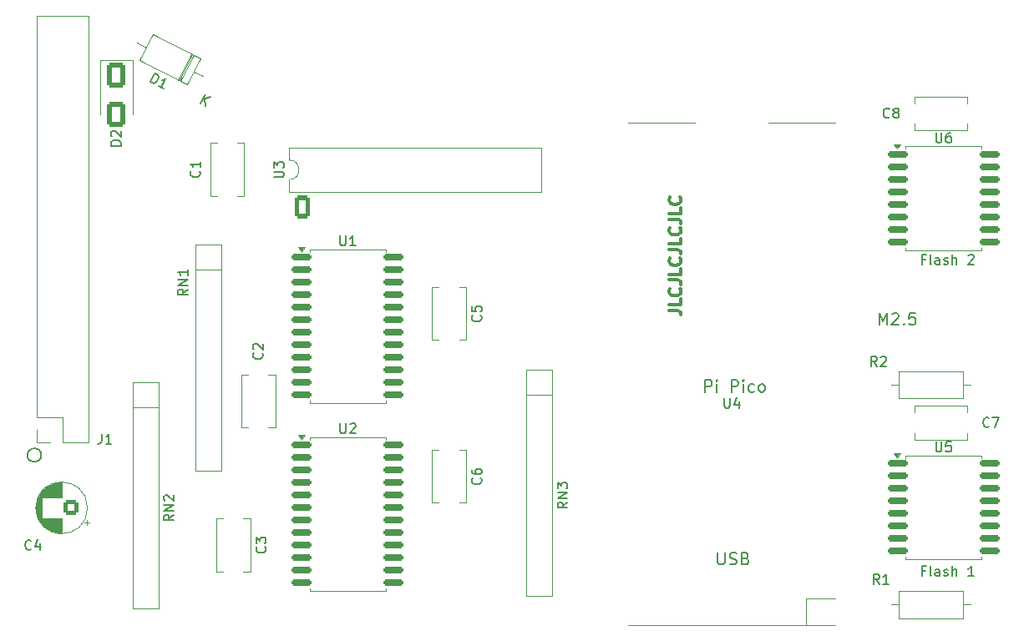
<source format=gto>
G04 #@! TF.GenerationSoftware,KiCad,Pcbnew,9.0.3*
G04 #@! TF.CreationDate,2025-07-22T08:58:47+01:00*
G04 #@! TF.ProjectId,megaflash,6d656761-666c-4617-9368-2e6b69636164,rev?*
G04 #@! TF.SameCoordinates,Original*
G04 #@! TF.FileFunction,Legend,Top*
G04 #@! TF.FilePolarity,Positive*
%FSLAX46Y46*%
G04 Gerber Fmt 4.6, Leading zero omitted, Abs format (unit mm)*
G04 Created by KiCad (PCBNEW 9.0.3) date 2025-07-22 08:58:47*
%MOMM*%
%LPD*%
G01*
G04 APERTURE LIST*
G04 Aperture macros list*
%AMRoundRect*
0 Rectangle with rounded corners*
0 $1 Rounding radius*
0 $2 $3 $4 $5 $6 $7 $8 $9 X,Y pos of 4 corners*
0 Add a 4 corners polygon primitive as box body*
4,1,4,$2,$3,$4,$5,$6,$7,$8,$9,$2,$3,0*
0 Add four circle primitives for the rounded corners*
1,1,$1+$1,$2,$3*
1,1,$1+$1,$4,$5*
1,1,$1+$1,$6,$7*
1,1,$1+$1,$8,$9*
0 Add four rect primitives between the rounded corners*
20,1,$1+$1,$2,$3,$4,$5,0*
20,1,$1+$1,$4,$5,$6,$7,0*
20,1,$1+$1,$6,$7,$8,$9,0*
20,1,$1+$1,$8,$9,$2,$3,0*%
G04 Aperture macros list end*
%ADD10C,0.150000*%
%ADD11C,0.300000*%
%ADD12C,0.162500*%
%ADD13C,0.120000*%
%ADD14RoundRect,0.250000X0.550000X0.550000X-0.550000X0.550000X-0.550000X-0.550000X0.550000X-0.550000X0*%
%ADD15C,1.600000*%
%ADD16RoundRect,0.249999X1.143249X0.371464X-0.371464X1.143249X-1.143249X-0.371464X0.371464X-1.143249X0*%
%ADD17C,2.200000*%
%ADD18RoundRect,0.250000X0.550000X-0.950000X0.550000X0.950000X-0.550000X0.950000X-0.550000X-0.950000X0*%
%ADD19O,1.600000X2.400000*%
%ADD20RoundRect,0.150000X-0.875000X-0.150000X0.875000X-0.150000X0.875000X0.150000X-0.875000X0.150000X0*%
%ADD21R,1.600000X1.600000*%
%ADD22O,1.800000X1.800000*%
%ADD23O,1.500000X1.500000*%
%ADD24R,3.500000X1.700000*%
%ADD25R,1.700000X1.700000*%
%ADD26O,1.700000X1.700000*%
%ADD27RoundRect,0.250000X-0.650000X1.000000X-0.650000X-1.000000X0.650000X-1.000000X0.650000X1.000000X0*%
%ADD28C,2.700000*%
G04 APERTURE END LIST*
D10*
X70707107Y-96250000D02*
G75*
G02*
X69292893Y-96250000I-707107J0D01*
G01*
X69292893Y-96250000D02*
G75*
G02*
X70707107Y-96250000I707107J0D01*
G01*
X160290112Y-107986009D02*
X159956779Y-107986009D01*
X159956779Y-108509819D02*
X159956779Y-107509819D01*
X159956779Y-107509819D02*
X160432969Y-107509819D01*
X160956779Y-108509819D02*
X160861541Y-108462200D01*
X160861541Y-108462200D02*
X160813922Y-108366961D01*
X160813922Y-108366961D02*
X160813922Y-107509819D01*
X161766303Y-108509819D02*
X161766303Y-107986009D01*
X161766303Y-107986009D02*
X161718684Y-107890771D01*
X161718684Y-107890771D02*
X161623446Y-107843152D01*
X161623446Y-107843152D02*
X161432970Y-107843152D01*
X161432970Y-107843152D02*
X161337732Y-107890771D01*
X161766303Y-108462200D02*
X161671065Y-108509819D01*
X161671065Y-108509819D02*
X161432970Y-108509819D01*
X161432970Y-108509819D02*
X161337732Y-108462200D01*
X161337732Y-108462200D02*
X161290113Y-108366961D01*
X161290113Y-108366961D02*
X161290113Y-108271723D01*
X161290113Y-108271723D02*
X161337732Y-108176485D01*
X161337732Y-108176485D02*
X161432970Y-108128866D01*
X161432970Y-108128866D02*
X161671065Y-108128866D01*
X161671065Y-108128866D02*
X161766303Y-108081247D01*
X162194875Y-108462200D02*
X162290113Y-108509819D01*
X162290113Y-108509819D02*
X162480589Y-108509819D01*
X162480589Y-108509819D02*
X162575827Y-108462200D01*
X162575827Y-108462200D02*
X162623446Y-108366961D01*
X162623446Y-108366961D02*
X162623446Y-108319342D01*
X162623446Y-108319342D02*
X162575827Y-108224104D01*
X162575827Y-108224104D02*
X162480589Y-108176485D01*
X162480589Y-108176485D02*
X162337732Y-108176485D01*
X162337732Y-108176485D02*
X162242494Y-108128866D01*
X162242494Y-108128866D02*
X162194875Y-108033628D01*
X162194875Y-108033628D02*
X162194875Y-107986009D01*
X162194875Y-107986009D02*
X162242494Y-107890771D01*
X162242494Y-107890771D02*
X162337732Y-107843152D01*
X162337732Y-107843152D02*
X162480589Y-107843152D01*
X162480589Y-107843152D02*
X162575827Y-107890771D01*
X163052018Y-108509819D02*
X163052018Y-107509819D01*
X163480589Y-108509819D02*
X163480589Y-107986009D01*
X163480589Y-107986009D02*
X163432970Y-107890771D01*
X163432970Y-107890771D02*
X163337732Y-107843152D01*
X163337732Y-107843152D02*
X163194875Y-107843152D01*
X163194875Y-107843152D02*
X163099637Y-107890771D01*
X163099637Y-107890771D02*
X163052018Y-107938390D01*
X165242494Y-108509819D02*
X164671066Y-108509819D01*
X164956780Y-108509819D02*
X164956780Y-107509819D01*
X164956780Y-107509819D02*
X164861542Y-107652676D01*
X164861542Y-107652676D02*
X164766304Y-107747914D01*
X164766304Y-107747914D02*
X164671066Y-107795533D01*
X160290112Y-76381009D02*
X159956779Y-76381009D01*
X159956779Y-76904819D02*
X159956779Y-75904819D01*
X159956779Y-75904819D02*
X160432969Y-75904819D01*
X160956779Y-76904819D02*
X160861541Y-76857200D01*
X160861541Y-76857200D02*
X160813922Y-76761961D01*
X160813922Y-76761961D02*
X160813922Y-75904819D01*
X161766303Y-76904819D02*
X161766303Y-76381009D01*
X161766303Y-76381009D02*
X161718684Y-76285771D01*
X161718684Y-76285771D02*
X161623446Y-76238152D01*
X161623446Y-76238152D02*
X161432970Y-76238152D01*
X161432970Y-76238152D02*
X161337732Y-76285771D01*
X161766303Y-76857200D02*
X161671065Y-76904819D01*
X161671065Y-76904819D02*
X161432970Y-76904819D01*
X161432970Y-76904819D02*
X161337732Y-76857200D01*
X161337732Y-76857200D02*
X161290113Y-76761961D01*
X161290113Y-76761961D02*
X161290113Y-76666723D01*
X161290113Y-76666723D02*
X161337732Y-76571485D01*
X161337732Y-76571485D02*
X161432970Y-76523866D01*
X161432970Y-76523866D02*
X161671065Y-76523866D01*
X161671065Y-76523866D02*
X161766303Y-76476247D01*
X162194875Y-76857200D02*
X162290113Y-76904819D01*
X162290113Y-76904819D02*
X162480589Y-76904819D01*
X162480589Y-76904819D02*
X162575827Y-76857200D01*
X162575827Y-76857200D02*
X162623446Y-76761961D01*
X162623446Y-76761961D02*
X162623446Y-76714342D01*
X162623446Y-76714342D02*
X162575827Y-76619104D01*
X162575827Y-76619104D02*
X162480589Y-76571485D01*
X162480589Y-76571485D02*
X162337732Y-76571485D01*
X162337732Y-76571485D02*
X162242494Y-76523866D01*
X162242494Y-76523866D02*
X162194875Y-76428628D01*
X162194875Y-76428628D02*
X162194875Y-76381009D01*
X162194875Y-76381009D02*
X162242494Y-76285771D01*
X162242494Y-76285771D02*
X162337732Y-76238152D01*
X162337732Y-76238152D02*
X162480589Y-76238152D01*
X162480589Y-76238152D02*
X162575827Y-76285771D01*
X163052018Y-76904819D02*
X163052018Y-75904819D01*
X163480589Y-76904819D02*
X163480589Y-76381009D01*
X163480589Y-76381009D02*
X163432970Y-76285771D01*
X163432970Y-76285771D02*
X163337732Y-76238152D01*
X163337732Y-76238152D02*
X163194875Y-76238152D01*
X163194875Y-76238152D02*
X163099637Y-76285771D01*
X163099637Y-76285771D02*
X163052018Y-76333390D01*
X164671066Y-76000057D02*
X164718685Y-75952438D01*
X164718685Y-75952438D02*
X164813923Y-75904819D01*
X164813923Y-75904819D02*
X165052018Y-75904819D01*
X165052018Y-75904819D02*
X165147256Y-75952438D01*
X165147256Y-75952438D02*
X165194875Y-76000057D01*
X165194875Y-76000057D02*
X165242494Y-76095295D01*
X165242494Y-76095295D02*
X165242494Y-76190533D01*
X165242494Y-76190533D02*
X165194875Y-76333390D01*
X165194875Y-76333390D02*
X164623447Y-76904819D01*
X164623447Y-76904819D02*
X165242494Y-76904819D01*
X139284398Y-106145342D02*
X139284398Y-107116771D01*
X139284398Y-107116771D02*
X139341541Y-107231057D01*
X139341541Y-107231057D02*
X139398684Y-107288200D01*
X139398684Y-107288200D02*
X139512969Y-107345342D01*
X139512969Y-107345342D02*
X139741541Y-107345342D01*
X139741541Y-107345342D02*
X139855826Y-107288200D01*
X139855826Y-107288200D02*
X139912969Y-107231057D01*
X139912969Y-107231057D02*
X139970112Y-107116771D01*
X139970112Y-107116771D02*
X139970112Y-106145342D01*
X140484398Y-107288200D02*
X140655827Y-107345342D01*
X140655827Y-107345342D02*
X140941541Y-107345342D01*
X140941541Y-107345342D02*
X141055827Y-107288200D01*
X141055827Y-107288200D02*
X141112969Y-107231057D01*
X141112969Y-107231057D02*
X141170112Y-107116771D01*
X141170112Y-107116771D02*
X141170112Y-107002485D01*
X141170112Y-107002485D02*
X141112969Y-106888200D01*
X141112969Y-106888200D02*
X141055827Y-106831057D01*
X141055827Y-106831057D02*
X140941541Y-106773914D01*
X140941541Y-106773914D02*
X140712969Y-106716771D01*
X140712969Y-106716771D02*
X140598684Y-106659628D01*
X140598684Y-106659628D02*
X140541541Y-106602485D01*
X140541541Y-106602485D02*
X140484398Y-106488200D01*
X140484398Y-106488200D02*
X140484398Y-106373914D01*
X140484398Y-106373914D02*
X140541541Y-106259628D01*
X140541541Y-106259628D02*
X140598684Y-106202485D01*
X140598684Y-106202485D02*
X140712969Y-106145342D01*
X140712969Y-106145342D02*
X140998684Y-106145342D01*
X140998684Y-106145342D02*
X141170112Y-106202485D01*
X142084398Y-106716771D02*
X142255826Y-106773914D01*
X142255826Y-106773914D02*
X142312969Y-106831057D01*
X142312969Y-106831057D02*
X142370112Y-106945342D01*
X142370112Y-106945342D02*
X142370112Y-107116771D01*
X142370112Y-107116771D02*
X142312969Y-107231057D01*
X142312969Y-107231057D02*
X142255826Y-107288200D01*
X142255826Y-107288200D02*
X142141541Y-107345342D01*
X142141541Y-107345342D02*
X141684398Y-107345342D01*
X141684398Y-107345342D02*
X141684398Y-106145342D01*
X141684398Y-106145342D02*
X142084398Y-106145342D01*
X142084398Y-106145342D02*
X142198684Y-106202485D01*
X142198684Y-106202485D02*
X142255826Y-106259628D01*
X142255826Y-106259628D02*
X142312969Y-106373914D01*
X142312969Y-106373914D02*
X142312969Y-106488200D01*
X142312969Y-106488200D02*
X142255826Y-106602485D01*
X142255826Y-106602485D02*
X142198684Y-106659628D01*
X142198684Y-106659628D02*
X142084398Y-106716771D01*
X142084398Y-106716771D02*
X141684398Y-106716771D01*
D11*
X134337542Y-81574060D02*
X135194685Y-81574060D01*
X135194685Y-81574060D02*
X135366114Y-81631203D01*
X135366114Y-81631203D02*
X135480400Y-81745489D01*
X135480400Y-81745489D02*
X135537542Y-81916917D01*
X135537542Y-81916917D02*
X135537542Y-82031203D01*
X135537542Y-80431203D02*
X135537542Y-81002631D01*
X135537542Y-81002631D02*
X134337542Y-81002631D01*
X135423257Y-79345488D02*
X135480400Y-79402631D01*
X135480400Y-79402631D02*
X135537542Y-79574059D01*
X135537542Y-79574059D02*
X135537542Y-79688345D01*
X135537542Y-79688345D02*
X135480400Y-79859774D01*
X135480400Y-79859774D02*
X135366114Y-79974059D01*
X135366114Y-79974059D02*
X135251828Y-80031202D01*
X135251828Y-80031202D02*
X135023257Y-80088345D01*
X135023257Y-80088345D02*
X134851828Y-80088345D01*
X134851828Y-80088345D02*
X134623257Y-80031202D01*
X134623257Y-80031202D02*
X134508971Y-79974059D01*
X134508971Y-79974059D02*
X134394685Y-79859774D01*
X134394685Y-79859774D02*
X134337542Y-79688345D01*
X134337542Y-79688345D02*
X134337542Y-79574059D01*
X134337542Y-79574059D02*
X134394685Y-79402631D01*
X134394685Y-79402631D02*
X134451828Y-79345488D01*
X134337542Y-78488345D02*
X135194685Y-78488345D01*
X135194685Y-78488345D02*
X135366114Y-78545488D01*
X135366114Y-78545488D02*
X135480400Y-78659774D01*
X135480400Y-78659774D02*
X135537542Y-78831202D01*
X135537542Y-78831202D02*
X135537542Y-78945488D01*
X135537542Y-77345488D02*
X135537542Y-77916916D01*
X135537542Y-77916916D02*
X134337542Y-77916916D01*
X135423257Y-76259773D02*
X135480400Y-76316916D01*
X135480400Y-76316916D02*
X135537542Y-76488344D01*
X135537542Y-76488344D02*
X135537542Y-76602630D01*
X135537542Y-76602630D02*
X135480400Y-76774059D01*
X135480400Y-76774059D02*
X135366114Y-76888344D01*
X135366114Y-76888344D02*
X135251828Y-76945487D01*
X135251828Y-76945487D02*
X135023257Y-77002630D01*
X135023257Y-77002630D02*
X134851828Y-77002630D01*
X134851828Y-77002630D02*
X134623257Y-76945487D01*
X134623257Y-76945487D02*
X134508971Y-76888344D01*
X134508971Y-76888344D02*
X134394685Y-76774059D01*
X134394685Y-76774059D02*
X134337542Y-76602630D01*
X134337542Y-76602630D02*
X134337542Y-76488344D01*
X134337542Y-76488344D02*
X134394685Y-76316916D01*
X134394685Y-76316916D02*
X134451828Y-76259773D01*
X134337542Y-75402630D02*
X135194685Y-75402630D01*
X135194685Y-75402630D02*
X135366114Y-75459773D01*
X135366114Y-75459773D02*
X135480400Y-75574059D01*
X135480400Y-75574059D02*
X135537542Y-75745487D01*
X135537542Y-75745487D02*
X135537542Y-75859773D01*
X135537542Y-74259773D02*
X135537542Y-74831201D01*
X135537542Y-74831201D02*
X134337542Y-74831201D01*
X135423257Y-73174058D02*
X135480400Y-73231201D01*
X135480400Y-73231201D02*
X135537542Y-73402629D01*
X135537542Y-73402629D02*
X135537542Y-73516915D01*
X135537542Y-73516915D02*
X135480400Y-73688344D01*
X135480400Y-73688344D02*
X135366114Y-73802629D01*
X135366114Y-73802629D02*
X135251828Y-73859772D01*
X135251828Y-73859772D02*
X135023257Y-73916915D01*
X135023257Y-73916915D02*
X134851828Y-73916915D01*
X134851828Y-73916915D02*
X134623257Y-73859772D01*
X134623257Y-73859772D02*
X134508971Y-73802629D01*
X134508971Y-73802629D02*
X134394685Y-73688344D01*
X134394685Y-73688344D02*
X134337542Y-73516915D01*
X134337542Y-73516915D02*
X134337542Y-73402629D01*
X134337542Y-73402629D02*
X134394685Y-73231201D01*
X134394685Y-73231201D02*
X134451828Y-73174058D01*
X134337542Y-72316915D02*
X135194685Y-72316915D01*
X135194685Y-72316915D02*
X135366114Y-72374058D01*
X135366114Y-72374058D02*
X135480400Y-72488344D01*
X135480400Y-72488344D02*
X135537542Y-72659772D01*
X135537542Y-72659772D02*
X135537542Y-72774058D01*
X135537542Y-71174058D02*
X135537542Y-71745486D01*
X135537542Y-71745486D02*
X134337542Y-71745486D01*
X135423257Y-70088343D02*
X135480400Y-70145486D01*
X135480400Y-70145486D02*
X135537542Y-70316914D01*
X135537542Y-70316914D02*
X135537542Y-70431200D01*
X135537542Y-70431200D02*
X135480400Y-70602629D01*
X135480400Y-70602629D02*
X135366114Y-70716914D01*
X135366114Y-70716914D02*
X135251828Y-70774057D01*
X135251828Y-70774057D02*
X135023257Y-70831200D01*
X135023257Y-70831200D02*
X134851828Y-70831200D01*
X134851828Y-70831200D02*
X134623257Y-70774057D01*
X134623257Y-70774057D02*
X134508971Y-70716914D01*
X134508971Y-70716914D02*
X134394685Y-70602629D01*
X134394685Y-70602629D02*
X134337542Y-70431200D01*
X134337542Y-70431200D02*
X134337542Y-70316914D01*
X134337542Y-70316914D02*
X134394685Y-70145486D01*
X134394685Y-70145486D02*
X134451828Y-70088343D01*
D10*
X137984398Y-89845342D02*
X137984398Y-88645342D01*
X137984398Y-88645342D02*
X138441541Y-88645342D01*
X138441541Y-88645342D02*
X138555826Y-88702485D01*
X138555826Y-88702485D02*
X138612969Y-88759628D01*
X138612969Y-88759628D02*
X138670112Y-88873914D01*
X138670112Y-88873914D02*
X138670112Y-89045342D01*
X138670112Y-89045342D02*
X138612969Y-89159628D01*
X138612969Y-89159628D02*
X138555826Y-89216771D01*
X138555826Y-89216771D02*
X138441541Y-89273914D01*
X138441541Y-89273914D02*
X137984398Y-89273914D01*
X139184398Y-89845342D02*
X139184398Y-89045342D01*
X139184398Y-88645342D02*
X139127255Y-88702485D01*
X139127255Y-88702485D02*
X139184398Y-88759628D01*
X139184398Y-88759628D02*
X139241541Y-88702485D01*
X139241541Y-88702485D02*
X139184398Y-88645342D01*
X139184398Y-88645342D02*
X139184398Y-88759628D01*
X140670113Y-89845342D02*
X140670113Y-88645342D01*
X140670113Y-88645342D02*
X141127256Y-88645342D01*
X141127256Y-88645342D02*
X141241541Y-88702485D01*
X141241541Y-88702485D02*
X141298684Y-88759628D01*
X141298684Y-88759628D02*
X141355827Y-88873914D01*
X141355827Y-88873914D02*
X141355827Y-89045342D01*
X141355827Y-89045342D02*
X141298684Y-89159628D01*
X141298684Y-89159628D02*
X141241541Y-89216771D01*
X141241541Y-89216771D02*
X141127256Y-89273914D01*
X141127256Y-89273914D02*
X140670113Y-89273914D01*
X141870113Y-89845342D02*
X141870113Y-89045342D01*
X141870113Y-88645342D02*
X141812970Y-88702485D01*
X141812970Y-88702485D02*
X141870113Y-88759628D01*
X141870113Y-88759628D02*
X141927256Y-88702485D01*
X141927256Y-88702485D02*
X141870113Y-88645342D01*
X141870113Y-88645342D02*
X141870113Y-88759628D01*
X142955828Y-89788200D02*
X142841542Y-89845342D01*
X142841542Y-89845342D02*
X142612970Y-89845342D01*
X142612970Y-89845342D02*
X142498685Y-89788200D01*
X142498685Y-89788200D02*
X142441542Y-89731057D01*
X142441542Y-89731057D02*
X142384399Y-89616771D01*
X142384399Y-89616771D02*
X142384399Y-89273914D01*
X142384399Y-89273914D02*
X142441542Y-89159628D01*
X142441542Y-89159628D02*
X142498685Y-89102485D01*
X142498685Y-89102485D02*
X142612970Y-89045342D01*
X142612970Y-89045342D02*
X142841542Y-89045342D01*
X142841542Y-89045342D02*
X142955828Y-89102485D01*
X143641541Y-89845342D02*
X143527256Y-89788200D01*
X143527256Y-89788200D02*
X143470113Y-89731057D01*
X143470113Y-89731057D02*
X143412970Y-89616771D01*
X143412970Y-89616771D02*
X143412970Y-89273914D01*
X143412970Y-89273914D02*
X143470113Y-89159628D01*
X143470113Y-89159628D02*
X143527256Y-89102485D01*
X143527256Y-89102485D02*
X143641541Y-89045342D01*
X143641541Y-89045342D02*
X143812970Y-89045342D01*
X143812970Y-89045342D02*
X143927256Y-89102485D01*
X143927256Y-89102485D02*
X143984399Y-89159628D01*
X143984399Y-89159628D02*
X144041541Y-89273914D01*
X144041541Y-89273914D02*
X144041541Y-89616771D01*
X144041541Y-89616771D02*
X143984399Y-89731057D01*
X143984399Y-89731057D02*
X143927256Y-89788200D01*
X143927256Y-89788200D02*
X143812970Y-89845342D01*
X143812970Y-89845342D02*
X143641541Y-89845342D01*
D12*
X155632621Y-83029692D02*
X155632621Y-81829692D01*
X155632621Y-81829692D02*
X156032621Y-82686835D01*
X156032621Y-82686835D02*
X156432621Y-81829692D01*
X156432621Y-81829692D02*
X156432621Y-83029692D01*
X156946907Y-81943978D02*
X157004050Y-81886835D01*
X157004050Y-81886835D02*
X157118336Y-81829692D01*
X157118336Y-81829692D02*
X157404050Y-81829692D01*
X157404050Y-81829692D02*
X157518336Y-81886835D01*
X157518336Y-81886835D02*
X157575478Y-81943978D01*
X157575478Y-81943978D02*
X157632621Y-82058264D01*
X157632621Y-82058264D02*
X157632621Y-82172550D01*
X157632621Y-82172550D02*
X157575478Y-82343978D01*
X157575478Y-82343978D02*
X156889764Y-83029692D01*
X156889764Y-83029692D02*
X157632621Y-83029692D01*
X158146907Y-82915407D02*
X158204050Y-82972550D01*
X158204050Y-82972550D02*
X158146907Y-83029692D01*
X158146907Y-83029692D02*
X158089764Y-82972550D01*
X158089764Y-82972550D02*
X158146907Y-82915407D01*
X158146907Y-82915407D02*
X158146907Y-83029692D01*
X159289764Y-81829692D02*
X158718336Y-81829692D01*
X158718336Y-81829692D02*
X158661193Y-82401121D01*
X158661193Y-82401121D02*
X158718336Y-82343978D01*
X158718336Y-82343978D02*
X158832622Y-82286835D01*
X158832622Y-82286835D02*
X159118336Y-82286835D01*
X159118336Y-82286835D02*
X159232622Y-82343978D01*
X159232622Y-82343978D02*
X159289764Y-82401121D01*
X159289764Y-82401121D02*
X159346907Y-82515407D01*
X159346907Y-82515407D02*
X159346907Y-82801121D01*
X159346907Y-82801121D02*
X159289764Y-82915407D01*
X159289764Y-82915407D02*
X159232622Y-82972550D01*
X159232622Y-82972550D02*
X159118336Y-83029692D01*
X159118336Y-83029692D02*
X158832622Y-83029692D01*
X158832622Y-83029692D02*
X158718336Y-82972550D01*
X158718336Y-82972550D02*
X158661193Y-82915407D01*
D10*
X69683333Y-105769580D02*
X69635714Y-105817200D01*
X69635714Y-105817200D02*
X69492857Y-105864819D01*
X69492857Y-105864819D02*
X69397619Y-105864819D01*
X69397619Y-105864819D02*
X69254762Y-105817200D01*
X69254762Y-105817200D02*
X69159524Y-105721961D01*
X69159524Y-105721961D02*
X69111905Y-105626723D01*
X69111905Y-105626723D02*
X69064286Y-105436247D01*
X69064286Y-105436247D02*
X69064286Y-105293390D01*
X69064286Y-105293390D02*
X69111905Y-105102914D01*
X69111905Y-105102914D02*
X69159524Y-105007676D01*
X69159524Y-105007676D02*
X69254762Y-104912438D01*
X69254762Y-104912438D02*
X69397619Y-104864819D01*
X69397619Y-104864819D02*
X69492857Y-104864819D01*
X69492857Y-104864819D02*
X69635714Y-104912438D01*
X69635714Y-104912438D02*
X69683333Y-104960057D01*
X70540476Y-105198152D02*
X70540476Y-105864819D01*
X70302381Y-104817200D02*
X70064286Y-105531485D01*
X70064286Y-105531485D02*
X70683333Y-105531485D01*
X155408333Y-87244819D02*
X155075000Y-86768628D01*
X154836905Y-87244819D02*
X154836905Y-86244819D01*
X154836905Y-86244819D02*
X155217857Y-86244819D01*
X155217857Y-86244819D02*
X155313095Y-86292438D01*
X155313095Y-86292438D02*
X155360714Y-86340057D01*
X155360714Y-86340057D02*
X155408333Y-86435295D01*
X155408333Y-86435295D02*
X155408333Y-86578152D01*
X155408333Y-86578152D02*
X155360714Y-86673390D01*
X155360714Y-86673390D02*
X155313095Y-86721009D01*
X155313095Y-86721009D02*
X155217857Y-86768628D01*
X155217857Y-86768628D02*
X154836905Y-86768628D01*
X155789286Y-86340057D02*
X155836905Y-86292438D01*
X155836905Y-86292438D02*
X155932143Y-86244819D01*
X155932143Y-86244819D02*
X156170238Y-86244819D01*
X156170238Y-86244819D02*
X156265476Y-86292438D01*
X156265476Y-86292438D02*
X156313095Y-86340057D01*
X156313095Y-86340057D02*
X156360714Y-86435295D01*
X156360714Y-86435295D02*
X156360714Y-86530533D01*
X156360714Y-86530533D02*
X156313095Y-86673390D01*
X156313095Y-86673390D02*
X155741667Y-87244819D01*
X155741667Y-87244819D02*
X156360714Y-87244819D01*
X155643333Y-109329819D02*
X155310000Y-108853628D01*
X155071905Y-109329819D02*
X155071905Y-108329819D01*
X155071905Y-108329819D02*
X155452857Y-108329819D01*
X155452857Y-108329819D02*
X155548095Y-108377438D01*
X155548095Y-108377438D02*
X155595714Y-108425057D01*
X155595714Y-108425057D02*
X155643333Y-108520295D01*
X155643333Y-108520295D02*
X155643333Y-108663152D01*
X155643333Y-108663152D02*
X155595714Y-108758390D01*
X155595714Y-108758390D02*
X155548095Y-108806009D01*
X155548095Y-108806009D02*
X155452857Y-108853628D01*
X155452857Y-108853628D02*
X155071905Y-108853628D01*
X156595714Y-109329819D02*
X156024286Y-109329819D01*
X156310000Y-109329819D02*
X156310000Y-108329819D01*
X156310000Y-108329819D02*
X156214762Y-108472676D01*
X156214762Y-108472676D02*
X156119524Y-108567914D01*
X156119524Y-108567914D02*
X156024286Y-108615533D01*
X81753199Y-58384673D02*
X82207189Y-57493667D01*
X82207189Y-57493667D02*
X82419334Y-57601760D01*
X82419334Y-57601760D02*
X82525002Y-57709044D01*
X82525002Y-57709044D02*
X82566622Y-57837139D01*
X82566622Y-57837139D02*
X82565814Y-57943616D01*
X82565814Y-57943616D02*
X82521768Y-58134950D01*
X82521768Y-58134950D02*
X82456913Y-58262236D01*
X82456913Y-58262236D02*
X82328009Y-58410333D01*
X82328009Y-58410333D02*
X82242343Y-58473573D01*
X82242343Y-58473573D02*
X82114248Y-58515193D01*
X82114248Y-58515193D02*
X81965343Y-58492766D01*
X81965343Y-58492766D02*
X81753199Y-58384673D01*
X83110923Y-59076468D02*
X82601776Y-58817045D01*
X82856350Y-58946757D02*
X83310340Y-58055750D01*
X83310340Y-58055750D02*
X83160627Y-58139800D01*
X83160627Y-58139800D02*
X83032532Y-58181420D01*
X83032532Y-58181420D02*
X82926055Y-58180612D01*
X86871777Y-60577457D02*
X87325768Y-59686450D01*
X87380924Y-60836880D02*
X87258487Y-60133166D01*
X87834914Y-59945874D02*
X87066344Y-60195597D01*
X94279819Y-68071904D02*
X95089342Y-68071904D01*
X95089342Y-68071904D02*
X95184580Y-68024285D01*
X95184580Y-68024285D02*
X95232200Y-67976666D01*
X95232200Y-67976666D02*
X95279819Y-67881428D01*
X95279819Y-67881428D02*
X95279819Y-67690952D01*
X95279819Y-67690952D02*
X95232200Y-67595714D01*
X95232200Y-67595714D02*
X95184580Y-67548095D01*
X95184580Y-67548095D02*
X95089342Y-67500476D01*
X95089342Y-67500476D02*
X94279819Y-67500476D01*
X94279819Y-67119523D02*
X94279819Y-66500476D01*
X94279819Y-66500476D02*
X94660771Y-66833809D01*
X94660771Y-66833809D02*
X94660771Y-66690952D01*
X94660771Y-66690952D02*
X94708390Y-66595714D01*
X94708390Y-66595714D02*
X94756009Y-66548095D01*
X94756009Y-66548095D02*
X94851247Y-66500476D01*
X94851247Y-66500476D02*
X95089342Y-66500476D01*
X95089342Y-66500476D02*
X95184580Y-66548095D01*
X95184580Y-66548095D02*
X95232200Y-66595714D01*
X95232200Y-66595714D02*
X95279819Y-66690952D01*
X95279819Y-66690952D02*
X95279819Y-66976666D01*
X95279819Y-66976666D02*
X95232200Y-67071904D01*
X95232200Y-67071904D02*
X95184580Y-67119523D01*
X161398095Y-94909819D02*
X161398095Y-95719342D01*
X161398095Y-95719342D02*
X161445714Y-95814580D01*
X161445714Y-95814580D02*
X161493333Y-95862200D01*
X161493333Y-95862200D02*
X161588571Y-95909819D01*
X161588571Y-95909819D02*
X161779047Y-95909819D01*
X161779047Y-95909819D02*
X161874285Y-95862200D01*
X161874285Y-95862200D02*
X161921904Y-95814580D01*
X161921904Y-95814580D02*
X161969523Y-95719342D01*
X161969523Y-95719342D02*
X161969523Y-94909819D01*
X162921904Y-94909819D02*
X162445714Y-94909819D01*
X162445714Y-94909819D02*
X162398095Y-95386009D01*
X162398095Y-95386009D02*
X162445714Y-95338390D01*
X162445714Y-95338390D02*
X162540952Y-95290771D01*
X162540952Y-95290771D02*
X162779047Y-95290771D01*
X162779047Y-95290771D02*
X162874285Y-95338390D01*
X162874285Y-95338390D02*
X162921904Y-95386009D01*
X162921904Y-95386009D02*
X162969523Y-95481247D01*
X162969523Y-95481247D02*
X162969523Y-95719342D01*
X162969523Y-95719342D02*
X162921904Y-95814580D01*
X162921904Y-95814580D02*
X162874285Y-95862200D01*
X162874285Y-95862200D02*
X162779047Y-95909819D01*
X162779047Y-95909819D02*
X162540952Y-95909819D01*
X162540952Y-95909819D02*
X162445714Y-95862200D01*
X162445714Y-95862200D02*
X162398095Y-95814580D01*
X161398095Y-63544819D02*
X161398095Y-64354342D01*
X161398095Y-64354342D02*
X161445714Y-64449580D01*
X161445714Y-64449580D02*
X161493333Y-64497200D01*
X161493333Y-64497200D02*
X161588571Y-64544819D01*
X161588571Y-64544819D02*
X161779047Y-64544819D01*
X161779047Y-64544819D02*
X161874285Y-64497200D01*
X161874285Y-64497200D02*
X161921904Y-64449580D01*
X161921904Y-64449580D02*
X161969523Y-64354342D01*
X161969523Y-64354342D02*
X161969523Y-63544819D01*
X162874285Y-63544819D02*
X162683809Y-63544819D01*
X162683809Y-63544819D02*
X162588571Y-63592438D01*
X162588571Y-63592438D02*
X162540952Y-63640057D01*
X162540952Y-63640057D02*
X162445714Y-63782914D01*
X162445714Y-63782914D02*
X162398095Y-63973390D01*
X162398095Y-63973390D02*
X162398095Y-64354342D01*
X162398095Y-64354342D02*
X162445714Y-64449580D01*
X162445714Y-64449580D02*
X162493333Y-64497200D01*
X162493333Y-64497200D02*
X162588571Y-64544819D01*
X162588571Y-64544819D02*
X162779047Y-64544819D01*
X162779047Y-64544819D02*
X162874285Y-64497200D01*
X162874285Y-64497200D02*
X162921904Y-64449580D01*
X162921904Y-64449580D02*
X162969523Y-64354342D01*
X162969523Y-64354342D02*
X162969523Y-64116247D01*
X162969523Y-64116247D02*
X162921904Y-64021009D01*
X162921904Y-64021009D02*
X162874285Y-63973390D01*
X162874285Y-63973390D02*
X162779047Y-63925771D01*
X162779047Y-63925771D02*
X162588571Y-63925771D01*
X162588571Y-63925771D02*
X162493333Y-63973390D01*
X162493333Y-63973390D02*
X162445714Y-64021009D01*
X162445714Y-64021009D02*
X162398095Y-64116247D01*
X100998095Y-73989819D02*
X100998095Y-74799342D01*
X100998095Y-74799342D02*
X101045714Y-74894580D01*
X101045714Y-74894580D02*
X101093333Y-74942200D01*
X101093333Y-74942200D02*
X101188571Y-74989819D01*
X101188571Y-74989819D02*
X101379047Y-74989819D01*
X101379047Y-74989819D02*
X101474285Y-74942200D01*
X101474285Y-74942200D02*
X101521904Y-74894580D01*
X101521904Y-74894580D02*
X101569523Y-74799342D01*
X101569523Y-74799342D02*
X101569523Y-73989819D01*
X102569523Y-74989819D02*
X101998095Y-74989819D01*
X102283809Y-74989819D02*
X102283809Y-73989819D01*
X102283809Y-73989819D02*
X102188571Y-74132676D01*
X102188571Y-74132676D02*
X102093333Y-74227914D01*
X102093333Y-74227914D02*
X101998095Y-74275533D01*
X100998095Y-93039819D02*
X100998095Y-93849342D01*
X100998095Y-93849342D02*
X101045714Y-93944580D01*
X101045714Y-93944580D02*
X101093333Y-93992200D01*
X101093333Y-93992200D02*
X101188571Y-94039819D01*
X101188571Y-94039819D02*
X101379047Y-94039819D01*
X101379047Y-94039819D02*
X101474285Y-93992200D01*
X101474285Y-93992200D02*
X101521904Y-93944580D01*
X101521904Y-93944580D02*
X101569523Y-93849342D01*
X101569523Y-93849342D02*
X101569523Y-93039819D01*
X101998095Y-93135057D02*
X102045714Y-93087438D01*
X102045714Y-93087438D02*
X102140952Y-93039819D01*
X102140952Y-93039819D02*
X102379047Y-93039819D01*
X102379047Y-93039819D02*
X102474285Y-93087438D01*
X102474285Y-93087438D02*
X102521904Y-93135057D01*
X102521904Y-93135057D02*
X102569523Y-93230295D01*
X102569523Y-93230295D02*
X102569523Y-93325533D01*
X102569523Y-93325533D02*
X102521904Y-93468390D01*
X102521904Y-93468390D02*
X101950476Y-94039819D01*
X101950476Y-94039819D02*
X102569523Y-94039819D01*
X93069580Y-85891666D02*
X93117200Y-85939285D01*
X93117200Y-85939285D02*
X93164819Y-86082142D01*
X93164819Y-86082142D02*
X93164819Y-86177380D01*
X93164819Y-86177380D02*
X93117200Y-86320237D01*
X93117200Y-86320237D02*
X93021961Y-86415475D01*
X93021961Y-86415475D02*
X92926723Y-86463094D01*
X92926723Y-86463094D02*
X92736247Y-86510713D01*
X92736247Y-86510713D02*
X92593390Y-86510713D01*
X92593390Y-86510713D02*
X92402914Y-86463094D01*
X92402914Y-86463094D02*
X92307676Y-86415475D01*
X92307676Y-86415475D02*
X92212438Y-86320237D01*
X92212438Y-86320237D02*
X92164819Y-86177380D01*
X92164819Y-86177380D02*
X92164819Y-86082142D01*
X92164819Y-86082142D02*
X92212438Y-85939285D01*
X92212438Y-85939285D02*
X92260057Y-85891666D01*
X92260057Y-85510713D02*
X92212438Y-85463094D01*
X92212438Y-85463094D02*
X92164819Y-85367856D01*
X92164819Y-85367856D02*
X92164819Y-85129761D01*
X92164819Y-85129761D02*
X92212438Y-85034523D01*
X92212438Y-85034523D02*
X92260057Y-84986904D01*
X92260057Y-84986904D02*
X92355295Y-84939285D01*
X92355295Y-84939285D02*
X92450533Y-84939285D01*
X92450533Y-84939285D02*
X92593390Y-84986904D01*
X92593390Y-84986904D02*
X93164819Y-85558332D01*
X93164819Y-85558332D02*
X93164819Y-84939285D01*
X93379580Y-105536666D02*
X93427200Y-105584285D01*
X93427200Y-105584285D02*
X93474819Y-105727142D01*
X93474819Y-105727142D02*
X93474819Y-105822380D01*
X93474819Y-105822380D02*
X93427200Y-105965237D01*
X93427200Y-105965237D02*
X93331961Y-106060475D01*
X93331961Y-106060475D02*
X93236723Y-106108094D01*
X93236723Y-106108094D02*
X93046247Y-106155713D01*
X93046247Y-106155713D02*
X92903390Y-106155713D01*
X92903390Y-106155713D02*
X92712914Y-106108094D01*
X92712914Y-106108094D02*
X92617676Y-106060475D01*
X92617676Y-106060475D02*
X92522438Y-105965237D01*
X92522438Y-105965237D02*
X92474819Y-105822380D01*
X92474819Y-105822380D02*
X92474819Y-105727142D01*
X92474819Y-105727142D02*
X92522438Y-105584285D01*
X92522438Y-105584285D02*
X92570057Y-105536666D01*
X92474819Y-105203332D02*
X92474819Y-104584285D01*
X92474819Y-104584285D02*
X92855771Y-104917618D01*
X92855771Y-104917618D02*
X92855771Y-104774761D01*
X92855771Y-104774761D02*
X92903390Y-104679523D01*
X92903390Y-104679523D02*
X92951009Y-104631904D01*
X92951009Y-104631904D02*
X93046247Y-104584285D01*
X93046247Y-104584285D02*
X93284342Y-104584285D01*
X93284342Y-104584285D02*
X93379580Y-104631904D01*
X93379580Y-104631904D02*
X93427200Y-104679523D01*
X93427200Y-104679523D02*
X93474819Y-104774761D01*
X93474819Y-104774761D02*
X93474819Y-105060475D01*
X93474819Y-105060475D02*
X93427200Y-105155713D01*
X93427200Y-105155713D02*
X93379580Y-105203332D01*
X166793333Y-93324580D02*
X166745714Y-93372200D01*
X166745714Y-93372200D02*
X166602857Y-93419819D01*
X166602857Y-93419819D02*
X166507619Y-93419819D01*
X166507619Y-93419819D02*
X166364762Y-93372200D01*
X166364762Y-93372200D02*
X166269524Y-93276961D01*
X166269524Y-93276961D02*
X166221905Y-93181723D01*
X166221905Y-93181723D02*
X166174286Y-92991247D01*
X166174286Y-92991247D02*
X166174286Y-92848390D01*
X166174286Y-92848390D02*
X166221905Y-92657914D01*
X166221905Y-92657914D02*
X166269524Y-92562676D01*
X166269524Y-92562676D02*
X166364762Y-92467438D01*
X166364762Y-92467438D02*
X166507619Y-92419819D01*
X166507619Y-92419819D02*
X166602857Y-92419819D01*
X166602857Y-92419819D02*
X166745714Y-92467438D01*
X166745714Y-92467438D02*
X166793333Y-92515057D01*
X167126667Y-92419819D02*
X167793333Y-92419819D01*
X167793333Y-92419819D02*
X167364762Y-93419819D01*
X156678333Y-61954580D02*
X156630714Y-62002200D01*
X156630714Y-62002200D02*
X156487857Y-62049819D01*
X156487857Y-62049819D02*
X156392619Y-62049819D01*
X156392619Y-62049819D02*
X156249762Y-62002200D01*
X156249762Y-62002200D02*
X156154524Y-61906961D01*
X156154524Y-61906961D02*
X156106905Y-61811723D01*
X156106905Y-61811723D02*
X156059286Y-61621247D01*
X156059286Y-61621247D02*
X156059286Y-61478390D01*
X156059286Y-61478390D02*
X156106905Y-61287914D01*
X156106905Y-61287914D02*
X156154524Y-61192676D01*
X156154524Y-61192676D02*
X156249762Y-61097438D01*
X156249762Y-61097438D02*
X156392619Y-61049819D01*
X156392619Y-61049819D02*
X156487857Y-61049819D01*
X156487857Y-61049819D02*
X156630714Y-61097438D01*
X156630714Y-61097438D02*
X156678333Y-61145057D01*
X157249762Y-61478390D02*
X157154524Y-61430771D01*
X157154524Y-61430771D02*
X157106905Y-61383152D01*
X157106905Y-61383152D02*
X157059286Y-61287914D01*
X157059286Y-61287914D02*
X157059286Y-61240295D01*
X157059286Y-61240295D02*
X157106905Y-61145057D01*
X157106905Y-61145057D02*
X157154524Y-61097438D01*
X157154524Y-61097438D02*
X157249762Y-61049819D01*
X157249762Y-61049819D02*
X157440238Y-61049819D01*
X157440238Y-61049819D02*
X157535476Y-61097438D01*
X157535476Y-61097438D02*
X157583095Y-61145057D01*
X157583095Y-61145057D02*
X157630714Y-61240295D01*
X157630714Y-61240295D02*
X157630714Y-61287914D01*
X157630714Y-61287914D02*
X157583095Y-61383152D01*
X157583095Y-61383152D02*
X157535476Y-61430771D01*
X157535476Y-61430771D02*
X157440238Y-61478390D01*
X157440238Y-61478390D02*
X157249762Y-61478390D01*
X157249762Y-61478390D02*
X157154524Y-61526009D01*
X157154524Y-61526009D02*
X157106905Y-61573628D01*
X157106905Y-61573628D02*
X157059286Y-61668866D01*
X157059286Y-61668866D02*
X157059286Y-61859342D01*
X157059286Y-61859342D02*
X157106905Y-61954580D01*
X157106905Y-61954580D02*
X157154524Y-62002200D01*
X157154524Y-62002200D02*
X157249762Y-62049819D01*
X157249762Y-62049819D02*
X157440238Y-62049819D01*
X157440238Y-62049819D02*
X157535476Y-62002200D01*
X157535476Y-62002200D02*
X157583095Y-61954580D01*
X157583095Y-61954580D02*
X157630714Y-61859342D01*
X157630714Y-61859342D02*
X157630714Y-61668866D01*
X157630714Y-61668866D02*
X157583095Y-61573628D01*
X157583095Y-61573628D02*
X157535476Y-61526009D01*
X157535476Y-61526009D02*
X157440238Y-61478390D01*
X115239580Y-98591666D02*
X115287200Y-98639285D01*
X115287200Y-98639285D02*
X115334819Y-98782142D01*
X115334819Y-98782142D02*
X115334819Y-98877380D01*
X115334819Y-98877380D02*
X115287200Y-99020237D01*
X115287200Y-99020237D02*
X115191961Y-99115475D01*
X115191961Y-99115475D02*
X115096723Y-99163094D01*
X115096723Y-99163094D02*
X114906247Y-99210713D01*
X114906247Y-99210713D02*
X114763390Y-99210713D01*
X114763390Y-99210713D02*
X114572914Y-99163094D01*
X114572914Y-99163094D02*
X114477676Y-99115475D01*
X114477676Y-99115475D02*
X114382438Y-99020237D01*
X114382438Y-99020237D02*
X114334819Y-98877380D01*
X114334819Y-98877380D02*
X114334819Y-98782142D01*
X114334819Y-98782142D02*
X114382438Y-98639285D01*
X114382438Y-98639285D02*
X114430057Y-98591666D01*
X114334819Y-97734523D02*
X114334819Y-97924999D01*
X114334819Y-97924999D02*
X114382438Y-98020237D01*
X114382438Y-98020237D02*
X114430057Y-98067856D01*
X114430057Y-98067856D02*
X114572914Y-98163094D01*
X114572914Y-98163094D02*
X114763390Y-98210713D01*
X114763390Y-98210713D02*
X115144342Y-98210713D01*
X115144342Y-98210713D02*
X115239580Y-98163094D01*
X115239580Y-98163094D02*
X115287200Y-98115475D01*
X115287200Y-98115475D02*
X115334819Y-98020237D01*
X115334819Y-98020237D02*
X115334819Y-97829761D01*
X115334819Y-97829761D02*
X115287200Y-97734523D01*
X115287200Y-97734523D02*
X115239580Y-97686904D01*
X115239580Y-97686904D02*
X115144342Y-97639285D01*
X115144342Y-97639285D02*
X114906247Y-97639285D01*
X114906247Y-97639285D02*
X114811009Y-97686904D01*
X114811009Y-97686904D02*
X114763390Y-97734523D01*
X114763390Y-97734523D02*
X114715771Y-97829761D01*
X114715771Y-97829761D02*
X114715771Y-98020237D01*
X114715771Y-98020237D02*
X114763390Y-98115475D01*
X114763390Y-98115475D02*
X114811009Y-98163094D01*
X114811009Y-98163094D02*
X114906247Y-98210713D01*
X115239580Y-82081666D02*
X115287200Y-82129285D01*
X115287200Y-82129285D02*
X115334819Y-82272142D01*
X115334819Y-82272142D02*
X115334819Y-82367380D01*
X115334819Y-82367380D02*
X115287200Y-82510237D01*
X115287200Y-82510237D02*
X115191961Y-82605475D01*
X115191961Y-82605475D02*
X115096723Y-82653094D01*
X115096723Y-82653094D02*
X114906247Y-82700713D01*
X114906247Y-82700713D02*
X114763390Y-82700713D01*
X114763390Y-82700713D02*
X114572914Y-82653094D01*
X114572914Y-82653094D02*
X114477676Y-82605475D01*
X114477676Y-82605475D02*
X114382438Y-82510237D01*
X114382438Y-82510237D02*
X114334819Y-82367380D01*
X114334819Y-82367380D02*
X114334819Y-82272142D01*
X114334819Y-82272142D02*
X114382438Y-82129285D01*
X114382438Y-82129285D02*
X114430057Y-82081666D01*
X114334819Y-81176904D02*
X114334819Y-81653094D01*
X114334819Y-81653094D02*
X114811009Y-81700713D01*
X114811009Y-81700713D02*
X114763390Y-81653094D01*
X114763390Y-81653094D02*
X114715771Y-81557856D01*
X114715771Y-81557856D02*
X114715771Y-81319761D01*
X114715771Y-81319761D02*
X114763390Y-81224523D01*
X114763390Y-81224523D02*
X114811009Y-81176904D01*
X114811009Y-81176904D02*
X114906247Y-81129285D01*
X114906247Y-81129285D02*
X115144342Y-81129285D01*
X115144342Y-81129285D02*
X115239580Y-81176904D01*
X115239580Y-81176904D02*
X115287200Y-81224523D01*
X115287200Y-81224523D02*
X115334819Y-81319761D01*
X115334819Y-81319761D02*
X115334819Y-81557856D01*
X115334819Y-81557856D02*
X115287200Y-81653094D01*
X115287200Y-81653094D02*
X115239580Y-81700713D01*
X86719580Y-67436666D02*
X86767200Y-67484285D01*
X86767200Y-67484285D02*
X86814819Y-67627142D01*
X86814819Y-67627142D02*
X86814819Y-67722380D01*
X86814819Y-67722380D02*
X86767200Y-67865237D01*
X86767200Y-67865237D02*
X86671961Y-67960475D01*
X86671961Y-67960475D02*
X86576723Y-68008094D01*
X86576723Y-68008094D02*
X86386247Y-68055713D01*
X86386247Y-68055713D02*
X86243390Y-68055713D01*
X86243390Y-68055713D02*
X86052914Y-68008094D01*
X86052914Y-68008094D02*
X85957676Y-67960475D01*
X85957676Y-67960475D02*
X85862438Y-67865237D01*
X85862438Y-67865237D02*
X85814819Y-67722380D01*
X85814819Y-67722380D02*
X85814819Y-67627142D01*
X85814819Y-67627142D02*
X85862438Y-67484285D01*
X85862438Y-67484285D02*
X85910057Y-67436666D01*
X86814819Y-66484285D02*
X86814819Y-67055713D01*
X86814819Y-66769999D02*
X85814819Y-66769999D01*
X85814819Y-66769999D02*
X85957676Y-66865237D01*
X85957676Y-66865237D02*
X86052914Y-66960475D01*
X86052914Y-66960475D02*
X86100533Y-67055713D01*
X124044819Y-101020476D02*
X123568628Y-101353809D01*
X124044819Y-101591904D02*
X123044819Y-101591904D01*
X123044819Y-101591904D02*
X123044819Y-101210952D01*
X123044819Y-101210952D02*
X123092438Y-101115714D01*
X123092438Y-101115714D02*
X123140057Y-101068095D01*
X123140057Y-101068095D02*
X123235295Y-101020476D01*
X123235295Y-101020476D02*
X123378152Y-101020476D01*
X123378152Y-101020476D02*
X123473390Y-101068095D01*
X123473390Y-101068095D02*
X123521009Y-101115714D01*
X123521009Y-101115714D02*
X123568628Y-101210952D01*
X123568628Y-101210952D02*
X123568628Y-101591904D01*
X124044819Y-100591904D02*
X123044819Y-100591904D01*
X123044819Y-100591904D02*
X124044819Y-100020476D01*
X124044819Y-100020476D02*
X123044819Y-100020476D01*
X123044819Y-99639523D02*
X123044819Y-99020476D01*
X123044819Y-99020476D02*
X123425771Y-99353809D01*
X123425771Y-99353809D02*
X123425771Y-99210952D01*
X123425771Y-99210952D02*
X123473390Y-99115714D01*
X123473390Y-99115714D02*
X123521009Y-99068095D01*
X123521009Y-99068095D02*
X123616247Y-99020476D01*
X123616247Y-99020476D02*
X123854342Y-99020476D01*
X123854342Y-99020476D02*
X123949580Y-99068095D01*
X123949580Y-99068095D02*
X123997200Y-99115714D01*
X123997200Y-99115714D02*
X124044819Y-99210952D01*
X124044819Y-99210952D02*
X124044819Y-99496666D01*
X124044819Y-99496666D02*
X123997200Y-99591904D01*
X123997200Y-99591904D02*
X123949580Y-99639523D01*
X85544819Y-79430476D02*
X85068628Y-79763809D01*
X85544819Y-80001904D02*
X84544819Y-80001904D01*
X84544819Y-80001904D02*
X84544819Y-79620952D01*
X84544819Y-79620952D02*
X84592438Y-79525714D01*
X84592438Y-79525714D02*
X84640057Y-79478095D01*
X84640057Y-79478095D02*
X84735295Y-79430476D01*
X84735295Y-79430476D02*
X84878152Y-79430476D01*
X84878152Y-79430476D02*
X84973390Y-79478095D01*
X84973390Y-79478095D02*
X85021009Y-79525714D01*
X85021009Y-79525714D02*
X85068628Y-79620952D01*
X85068628Y-79620952D02*
X85068628Y-80001904D01*
X85544819Y-79001904D02*
X84544819Y-79001904D01*
X84544819Y-79001904D02*
X85544819Y-78430476D01*
X85544819Y-78430476D02*
X84544819Y-78430476D01*
X85544819Y-77430476D02*
X85544819Y-78001904D01*
X85544819Y-77716190D02*
X84544819Y-77716190D01*
X84544819Y-77716190D02*
X84687676Y-77811428D01*
X84687676Y-77811428D02*
X84782914Y-77906666D01*
X84782914Y-77906666D02*
X84830533Y-78001904D01*
X84134819Y-102290476D02*
X83658628Y-102623809D01*
X84134819Y-102861904D02*
X83134819Y-102861904D01*
X83134819Y-102861904D02*
X83134819Y-102480952D01*
X83134819Y-102480952D02*
X83182438Y-102385714D01*
X83182438Y-102385714D02*
X83230057Y-102338095D01*
X83230057Y-102338095D02*
X83325295Y-102290476D01*
X83325295Y-102290476D02*
X83468152Y-102290476D01*
X83468152Y-102290476D02*
X83563390Y-102338095D01*
X83563390Y-102338095D02*
X83611009Y-102385714D01*
X83611009Y-102385714D02*
X83658628Y-102480952D01*
X83658628Y-102480952D02*
X83658628Y-102861904D01*
X84134819Y-101861904D02*
X83134819Y-101861904D01*
X83134819Y-101861904D02*
X84134819Y-101290476D01*
X84134819Y-101290476D02*
X83134819Y-101290476D01*
X83230057Y-100861904D02*
X83182438Y-100814285D01*
X83182438Y-100814285D02*
X83134819Y-100719047D01*
X83134819Y-100719047D02*
X83134819Y-100480952D01*
X83134819Y-100480952D02*
X83182438Y-100385714D01*
X83182438Y-100385714D02*
X83230057Y-100338095D01*
X83230057Y-100338095D02*
X83325295Y-100290476D01*
X83325295Y-100290476D02*
X83420533Y-100290476D01*
X83420533Y-100290476D02*
X83563390Y-100338095D01*
X83563390Y-100338095D02*
X84134819Y-100909523D01*
X84134819Y-100909523D02*
X84134819Y-100290476D01*
X139938095Y-90454819D02*
X139938095Y-91264342D01*
X139938095Y-91264342D02*
X139985714Y-91359580D01*
X139985714Y-91359580D02*
X140033333Y-91407200D01*
X140033333Y-91407200D02*
X140128571Y-91454819D01*
X140128571Y-91454819D02*
X140319047Y-91454819D01*
X140319047Y-91454819D02*
X140414285Y-91407200D01*
X140414285Y-91407200D02*
X140461904Y-91359580D01*
X140461904Y-91359580D02*
X140509523Y-91264342D01*
X140509523Y-91264342D02*
X140509523Y-90454819D01*
X141414285Y-90788152D02*
X141414285Y-91454819D01*
X141176190Y-90407200D02*
X140938095Y-91121485D01*
X140938095Y-91121485D02*
X141557142Y-91121485D01*
X76806666Y-94094819D02*
X76806666Y-94809104D01*
X76806666Y-94809104D02*
X76759047Y-94951961D01*
X76759047Y-94951961D02*
X76663809Y-95047200D01*
X76663809Y-95047200D02*
X76520952Y-95094819D01*
X76520952Y-95094819D02*
X76425714Y-95094819D01*
X77806666Y-95094819D02*
X77235238Y-95094819D01*
X77520952Y-95094819D02*
X77520952Y-94094819D01*
X77520952Y-94094819D02*
X77425714Y-94237676D01*
X77425714Y-94237676D02*
X77330476Y-94332914D01*
X77330476Y-94332914D02*
X77235238Y-94380533D01*
X78759819Y-64873094D02*
X77759819Y-64873094D01*
X77759819Y-64873094D02*
X77759819Y-64634999D01*
X77759819Y-64634999D02*
X77807438Y-64492142D01*
X77807438Y-64492142D02*
X77902676Y-64396904D01*
X77902676Y-64396904D02*
X77997914Y-64349285D01*
X77997914Y-64349285D02*
X78188390Y-64301666D01*
X78188390Y-64301666D02*
X78331247Y-64301666D01*
X78331247Y-64301666D02*
X78521723Y-64349285D01*
X78521723Y-64349285D02*
X78616961Y-64396904D01*
X78616961Y-64396904D02*
X78712200Y-64492142D01*
X78712200Y-64492142D02*
X78759819Y-64634999D01*
X78759819Y-64634999D02*
X78759819Y-64873094D01*
X77855057Y-63920713D02*
X77807438Y-63873094D01*
X77807438Y-63873094D02*
X77759819Y-63777856D01*
X77759819Y-63777856D02*
X77759819Y-63539761D01*
X77759819Y-63539761D02*
X77807438Y-63444523D01*
X77807438Y-63444523D02*
X77855057Y-63396904D01*
X77855057Y-63396904D02*
X77950295Y-63349285D01*
X77950295Y-63349285D02*
X78045533Y-63349285D01*
X78045533Y-63349285D02*
X78188390Y-63396904D01*
X78188390Y-63396904D02*
X78759819Y-63968332D01*
X78759819Y-63968332D02*
X78759819Y-63349285D01*
D13*
X75559775Y-103075000D02*
X75059775Y-103075000D01*
X75309775Y-103325000D02*
X75309775Y-102825000D01*
X72755000Y-104180000D02*
X72755000Y-102640000D01*
X72755000Y-100560000D02*
X72755000Y-99020000D01*
X72715000Y-104180000D02*
X72715000Y-102640000D01*
X72715000Y-100560000D02*
X72715000Y-99020000D01*
X72675000Y-104179000D02*
X72675000Y-102640000D01*
X72675000Y-100560000D02*
X72675000Y-99021000D01*
X72635000Y-104177000D02*
X72635000Y-102640000D01*
X72635000Y-100560000D02*
X72635000Y-99023000D01*
X72595000Y-104175000D02*
X72595000Y-102640000D01*
X72595000Y-100560000D02*
X72595000Y-99025000D01*
X72555000Y-104172000D02*
X72555000Y-102640000D01*
X72555000Y-100560000D02*
X72555000Y-99028000D01*
X72515000Y-104169000D02*
X72515000Y-102640000D01*
X72515000Y-100560000D02*
X72515000Y-99031000D01*
X72475000Y-104165000D02*
X72475000Y-102640000D01*
X72475000Y-100560000D02*
X72475000Y-99035000D01*
X72435000Y-104160000D02*
X72435000Y-102640000D01*
X72435000Y-100560000D02*
X72435000Y-99040000D01*
X72395000Y-104155000D02*
X72395000Y-102640000D01*
X72395000Y-100560000D02*
X72395000Y-99045000D01*
X72355000Y-104149000D02*
X72355000Y-102640000D01*
X72355000Y-100560000D02*
X72355000Y-99051000D01*
X72315000Y-104143000D02*
X72315000Y-102640000D01*
X72315000Y-100560000D02*
X72315000Y-99057000D01*
X72275000Y-104136000D02*
X72275000Y-102640000D01*
X72275000Y-100560000D02*
X72275000Y-99064000D01*
X72235000Y-104128000D02*
X72235000Y-102640000D01*
X72235000Y-100560000D02*
X72235000Y-99072000D01*
X72195000Y-104119000D02*
X72195000Y-102640000D01*
X72195000Y-100560000D02*
X72195000Y-99081000D01*
X72155000Y-104110000D02*
X72155000Y-102640000D01*
X72155000Y-100560000D02*
X72155000Y-99090000D01*
X72115000Y-104101000D02*
X72115000Y-102640000D01*
X72115000Y-100560000D02*
X72115000Y-99099000D01*
X72075000Y-104090000D02*
X72075000Y-102640000D01*
X72075000Y-100560000D02*
X72075000Y-99110000D01*
X72035000Y-104079000D02*
X72035000Y-102640000D01*
X72035000Y-100560000D02*
X72035000Y-99121000D01*
X71995000Y-104067000D02*
X71995000Y-102640000D01*
X71995000Y-100560000D02*
X71995000Y-99133000D01*
X71955000Y-104055000D02*
X71955000Y-102640000D01*
X71955000Y-100560000D02*
X71955000Y-99145000D01*
X71915000Y-104042000D02*
X71915000Y-102640000D01*
X71915000Y-100560000D02*
X71915000Y-99158000D01*
X71875000Y-104028000D02*
X71875000Y-102640000D01*
X71875000Y-100560000D02*
X71875000Y-99172000D01*
X71835000Y-104013000D02*
X71835000Y-102640000D01*
X71835000Y-100560000D02*
X71835000Y-99187000D01*
X71795000Y-103998000D02*
X71795000Y-102640000D01*
X71795000Y-100560000D02*
X71795000Y-99202000D01*
X71755000Y-103982000D02*
X71755000Y-102640000D01*
X71755000Y-100560000D02*
X71755000Y-99218000D01*
X71715000Y-103965000D02*
X71715000Y-102640000D01*
X71715000Y-100560000D02*
X71715000Y-99235000D01*
X71675000Y-103947000D02*
X71675000Y-102640000D01*
X71675000Y-100560000D02*
X71675000Y-99253000D01*
X71635000Y-103929000D02*
X71635000Y-102640000D01*
X71635000Y-100560000D02*
X71635000Y-99271000D01*
X71595000Y-103909000D02*
X71595000Y-102640000D01*
X71595000Y-100560000D02*
X71595000Y-99291000D01*
X71555000Y-103889000D02*
X71555000Y-102640000D01*
X71555000Y-100560000D02*
X71555000Y-99311000D01*
X71515000Y-103868000D02*
X71515000Y-102640000D01*
X71515000Y-100560000D02*
X71515000Y-99332000D01*
X71475000Y-103846000D02*
X71475000Y-102640000D01*
X71475000Y-100560000D02*
X71475000Y-99354000D01*
X71435000Y-103823000D02*
X71435000Y-102640000D01*
X71435000Y-100560000D02*
X71435000Y-99377000D01*
X71395000Y-103799000D02*
X71395000Y-102640000D01*
X71395000Y-100560000D02*
X71395000Y-99401000D01*
X71355000Y-103775000D02*
X71355000Y-102640000D01*
X71355000Y-100560000D02*
X71355000Y-99425000D01*
X71315000Y-103749000D02*
X71315000Y-102640000D01*
X71315000Y-100560000D02*
X71315000Y-99451000D01*
X71275000Y-103722000D02*
X71275000Y-102640000D01*
X71275000Y-100560000D02*
X71275000Y-99478000D01*
X71235000Y-103694000D02*
X71235000Y-102640000D01*
X71235000Y-100560000D02*
X71235000Y-99506000D01*
X71195000Y-103665000D02*
X71195000Y-102640000D01*
X71195000Y-100560000D02*
X71195000Y-99535000D01*
X71155000Y-103635000D02*
X71155000Y-102640000D01*
X71155000Y-100560000D02*
X71155000Y-99565000D01*
X71115000Y-103603000D02*
X71115000Y-102640000D01*
X71115000Y-100560000D02*
X71115000Y-99597000D01*
X71075000Y-103570000D02*
X71075000Y-102640000D01*
X71075000Y-100560000D02*
X71075000Y-99630000D01*
X71035000Y-103536000D02*
X71035000Y-102640000D01*
X71035000Y-100560000D02*
X71035000Y-99664000D01*
X70995000Y-103501000D02*
X70995000Y-102640000D01*
X70995000Y-100560000D02*
X70995000Y-99699000D01*
X70955000Y-103464000D02*
X70955000Y-102640000D01*
X70955000Y-100560000D02*
X70955000Y-99736000D01*
X70915000Y-103425000D02*
X70915000Y-102640000D01*
X70915000Y-100560000D02*
X70915000Y-99775000D01*
X70875000Y-103385000D02*
X70875000Y-102640000D01*
X70875000Y-100560000D02*
X70875000Y-99815000D01*
X70835000Y-103343000D02*
X70835000Y-102640000D01*
X70835000Y-100560000D02*
X70835000Y-99857000D01*
X70795000Y-103299000D02*
X70795000Y-102640000D01*
X70795000Y-100560000D02*
X70795000Y-99901000D01*
X70755000Y-103252000D02*
X70755000Y-102640000D01*
X70755000Y-100560000D02*
X70755000Y-99948000D01*
X70715000Y-103204000D02*
X70715000Y-99996000D01*
X70675000Y-103153000D02*
X70675000Y-100047000D01*
X70635000Y-103099000D02*
X70635000Y-100101000D01*
X70595000Y-103043000D02*
X70595000Y-100157000D01*
X70555000Y-102983000D02*
X70555000Y-100217000D01*
X70515000Y-102919000D02*
X70515000Y-100281000D01*
X70475000Y-102851000D02*
X70475000Y-100349000D01*
X70435000Y-102777000D02*
X70435000Y-100423000D01*
X70395000Y-102698000D02*
X70395000Y-100502000D01*
X70355000Y-102611000D02*
X70355000Y-100589000D01*
X70315000Y-102514000D02*
X70315000Y-100686000D01*
X70275000Y-102405000D02*
X70275000Y-100795000D01*
X70235000Y-102277000D02*
X70235000Y-100923000D01*
X70195000Y-102117000D02*
X70195000Y-101083000D01*
X70155000Y-101883000D02*
X70155000Y-101317000D01*
X75375000Y-101600000D02*
G75*
G02*
X70135000Y-101600000I-2620000J0D01*
G01*
X70135000Y-101600000D02*
G75*
G02*
X75375000Y-101600000I2620000J0D01*
G01*
X164930000Y-89120000D02*
X164160000Y-89120000D01*
X156850000Y-89120000D02*
X157620000Y-89120000D01*
X164160000Y-90490000D02*
X157620000Y-90490000D01*
X157620000Y-87750000D01*
X164160000Y-87750000D01*
X164160000Y-90490000D01*
X164930000Y-111415000D02*
X164160000Y-111415000D01*
X156850000Y-111415000D02*
X157620000Y-111415000D01*
X164160000Y-112785000D02*
X157620000Y-112785000D01*
X157620000Y-110045000D01*
X164160000Y-110045000D01*
X164160000Y-112785000D01*
X87071051Y-57811653D02*
X86162225Y-57348582D01*
X84799873Y-58304249D02*
X86134606Y-55684690D01*
X84692953Y-58249771D02*
X86027685Y-55630211D01*
X84586032Y-58195292D02*
X85920764Y-55575733D01*
X80406322Y-54415804D02*
X81315149Y-54878874D01*
X86829591Y-56038803D02*
X85494859Y-58658362D01*
X80647783Y-56188654D01*
X81982515Y-53569095D01*
X86829591Y-56038803D01*
X95825000Y-69560000D02*
X121345000Y-69560000D01*
X121345000Y-69560000D02*
X121345000Y-65060000D01*
X95825000Y-68310000D02*
X95825000Y-69560000D01*
X95825000Y-65060000D02*
X95825000Y-66310000D01*
X121345000Y-65060000D02*
X95825000Y-65060000D01*
X95825000Y-66310000D02*
G75*
G02*
X95825000Y-68310000I0J-1000000D01*
G01*
X158300000Y-96295000D02*
X158300000Y-96550000D01*
X158300000Y-106815000D02*
X158300000Y-106560000D01*
X162160000Y-96295000D02*
X158300000Y-96295000D01*
X162160000Y-96295000D02*
X166020000Y-96295000D01*
X162160000Y-106815000D02*
X158300000Y-106815000D01*
X162160000Y-106815000D02*
X166020000Y-106815000D01*
X166020000Y-96295000D02*
X166020000Y-96550000D01*
X166020000Y-106815000D02*
X166020000Y-106560000D01*
X157447500Y-96550000D02*
X157107500Y-96080000D01*
X157787500Y-96080000D01*
X157447500Y-96550000D01*
G36*
X157447500Y-96550000D02*
G01*
X157107500Y-96080000D01*
X157787500Y-96080000D01*
X157447500Y-96550000D01*
G37*
X158300000Y-64930000D02*
X158300000Y-65185000D01*
X158300000Y-75450000D02*
X158300000Y-75195000D01*
X162160000Y-64930000D02*
X158300000Y-64930000D01*
X162160000Y-64930000D02*
X166020000Y-64930000D01*
X162160000Y-75450000D02*
X158300000Y-75450000D01*
X162160000Y-75450000D02*
X166020000Y-75450000D01*
X166020000Y-64930000D02*
X166020000Y-65185000D01*
X166020000Y-75450000D02*
X166020000Y-75195000D01*
X157447500Y-65185000D02*
X157107500Y-64715000D01*
X157787500Y-64715000D01*
X157447500Y-65185000D01*
G36*
X157447500Y-65185000D02*
G01*
X157107500Y-64715000D01*
X157787500Y-64715000D01*
X157447500Y-65185000D01*
G37*
X97900000Y-75375000D02*
X97900000Y-75640000D01*
X97900000Y-90995000D02*
X97900000Y-90730000D01*
X101760000Y-75375000D02*
X97900000Y-75375000D01*
X101760000Y-75375000D02*
X105620000Y-75375000D01*
X101760000Y-90995000D02*
X97900000Y-90995000D01*
X101760000Y-90995000D02*
X105620000Y-90995000D01*
X105620000Y-75375000D02*
X105620000Y-75640000D01*
X105620000Y-90995000D02*
X105620000Y-90730000D01*
X97047500Y-75640000D02*
X96707500Y-75170000D01*
X97387500Y-75170000D01*
X97047500Y-75640000D01*
G36*
X97047500Y-75640000D02*
G01*
X96707500Y-75170000D01*
X97387500Y-75170000D01*
X97047500Y-75640000D01*
G37*
X97900000Y-94425000D02*
X97900000Y-94690000D01*
X97900000Y-110045000D02*
X97900000Y-109780000D01*
X101760000Y-94425000D02*
X97900000Y-94425000D01*
X101760000Y-94425000D02*
X105620000Y-94425000D01*
X101760000Y-110045000D02*
X97900000Y-110045000D01*
X101760000Y-110045000D02*
X105620000Y-110045000D01*
X105620000Y-94425000D02*
X105620000Y-94690000D01*
X105620000Y-110045000D02*
X105620000Y-109780000D01*
X97047500Y-94690000D02*
X96707500Y-94220000D01*
X97387500Y-94220000D01*
X97047500Y-94690000D01*
G36*
X97047500Y-94690000D02*
G01*
X96707500Y-94220000D01*
X97387500Y-94220000D01*
X97047500Y-94690000D01*
G37*
X94430000Y-88095000D02*
X94430000Y-93435000D01*
X93736000Y-88095000D02*
X94430000Y-88095000D01*
X90990000Y-88095000D02*
X91684000Y-88095000D01*
X94430000Y-93435000D02*
X93736000Y-93435000D01*
X91684000Y-93435000D02*
X90990000Y-93435000D01*
X90990000Y-93435000D02*
X90990000Y-88095000D01*
X91890000Y-102700000D02*
X91890000Y-108040000D01*
X91196000Y-102700000D02*
X91890000Y-102700000D01*
X88450000Y-102700000D02*
X89144000Y-102700000D01*
X91890000Y-108040000D02*
X91196000Y-108040000D01*
X89144000Y-108040000D02*
X88450000Y-108040000D01*
X88450000Y-108040000D02*
X88450000Y-102700000D01*
X159255000Y-91245000D02*
X164595000Y-91245000D01*
X159255000Y-91939000D02*
X159255000Y-91245000D01*
X159255000Y-94685000D02*
X159255000Y-93991000D01*
X164595000Y-91245000D02*
X164595000Y-91939000D01*
X164595000Y-93991000D02*
X164595000Y-94685000D01*
X164595000Y-94685000D02*
X159255000Y-94685000D01*
X159255000Y-59875000D02*
X164595000Y-59875000D01*
X159255000Y-60569000D02*
X159255000Y-59875000D01*
X159255000Y-63315000D02*
X159255000Y-62621000D01*
X164595000Y-59875000D02*
X164595000Y-60569000D01*
X164595000Y-62621000D02*
X164595000Y-63315000D01*
X164595000Y-63315000D02*
X159255000Y-63315000D01*
X113750000Y-95755000D02*
X113750000Y-101095000D01*
X113056000Y-95755000D02*
X113750000Y-95755000D01*
X110310000Y-95755000D02*
X111004000Y-95755000D01*
X113750000Y-101095000D02*
X113056000Y-101095000D01*
X111004000Y-101095000D02*
X110310000Y-101095000D01*
X110310000Y-101095000D02*
X110310000Y-95755000D01*
X113750000Y-79245000D02*
X113750000Y-84585000D01*
X113056000Y-79245000D02*
X113750000Y-79245000D01*
X110310000Y-79245000D02*
X111004000Y-79245000D01*
X113750000Y-84585000D02*
X113056000Y-84585000D01*
X111004000Y-84585000D02*
X110310000Y-84585000D01*
X110310000Y-84585000D02*
X110310000Y-79245000D01*
X91255000Y-64600000D02*
X91255000Y-69940000D01*
X90561000Y-64600000D02*
X91255000Y-64600000D01*
X87815000Y-64600000D02*
X88509000Y-64600000D01*
X91255000Y-69940000D02*
X90561000Y-69940000D01*
X88509000Y-69940000D02*
X87815000Y-69940000D01*
X87815000Y-69940000D02*
X87815000Y-64600000D01*
X122500000Y-87550000D02*
X119880000Y-87550000D01*
X119880000Y-87550000D02*
X119880000Y-110570000D01*
X122500000Y-90170000D02*
X119880000Y-90170000D01*
X122500000Y-110570000D02*
X122500000Y-87550000D01*
X119880000Y-110570000D02*
X122500000Y-110570000D01*
X88940000Y-74850000D02*
X86320000Y-74850000D01*
X86320000Y-74850000D02*
X86320000Y-97870000D01*
X88940000Y-77470000D02*
X86320000Y-77470000D01*
X88940000Y-97870000D02*
X88940000Y-74850000D01*
X86320000Y-97870000D02*
X88940000Y-97870000D01*
X82590000Y-88820000D02*
X79970000Y-88820000D01*
X79970000Y-88820000D02*
X79970000Y-111840000D01*
X82590000Y-91440000D02*
X79970000Y-91440000D01*
X82590000Y-111840000D02*
X82590000Y-88820000D01*
X79970000Y-111840000D02*
X82590000Y-111840000D01*
X130200000Y-62500000D02*
X137000000Y-62500000D01*
X144400000Y-62500000D02*
X151200000Y-62500000D01*
X148193000Y-110833000D02*
X148193000Y-113500000D01*
X151200000Y-110833000D02*
X148193000Y-110833000D01*
X151200000Y-113500000D02*
X130200000Y-113500000D01*
X70270000Y-92390000D02*
X70270000Y-51690000D01*
X70270000Y-94990000D02*
X70270000Y-93660000D01*
X71600000Y-94990000D02*
X70270000Y-94990000D01*
X72870000Y-92390000D02*
X70270000Y-92390000D01*
X72870000Y-94990000D02*
X72870000Y-92390000D01*
X75470000Y-51690000D02*
X70270000Y-51690000D01*
X75470000Y-94990000D02*
X72870000Y-94990000D01*
X75470000Y-94990000D02*
X75470000Y-51690000D01*
X76655000Y-56175000D02*
X76655000Y-61685000D01*
X79955000Y-56175000D02*
X76655000Y-56175000D01*
X79955000Y-56175000D02*
X79955000Y-61685000D01*
%LPC*%
D14*
X73755000Y-101600000D03*
D15*
X71755000Y-101600000D03*
X165970000Y-89120000D03*
X155810000Y-89120000D03*
X165970000Y-111415000D03*
X155810000Y-111415000D03*
D16*
X88265000Y-58420000D03*
D17*
X79212374Y-53807457D03*
D18*
X97155000Y-71120000D03*
D19*
X99695000Y-71120000D03*
X102235000Y-71120000D03*
X104775000Y-71120000D03*
X107315000Y-71120000D03*
X109855000Y-71120000D03*
X112395000Y-71120000D03*
X114935000Y-71120000D03*
X117475000Y-71120000D03*
X120015000Y-71120000D03*
X120015000Y-63500000D03*
X117475000Y-63500000D03*
X114935000Y-63500000D03*
X112395000Y-63500000D03*
X109855000Y-63500000D03*
X107315000Y-63500000D03*
X104775000Y-63500000D03*
X102235000Y-63500000D03*
X99695000Y-63500000D03*
X97155000Y-63500000D03*
D20*
X157510000Y-97110000D03*
X157510000Y-98380000D03*
X157510000Y-99650000D03*
X157510000Y-100920000D03*
X157510000Y-102190000D03*
X157510000Y-103460000D03*
X157510000Y-104730000D03*
X157510000Y-106000000D03*
X166810000Y-106000000D03*
X166810000Y-104730000D03*
X166810000Y-103460000D03*
X166810000Y-102190000D03*
X166810000Y-100920000D03*
X166810000Y-99650000D03*
X166810000Y-98380000D03*
X166810000Y-97110000D03*
X157510000Y-65745000D03*
X157510000Y-67015000D03*
X157510000Y-68285000D03*
X157510000Y-69555000D03*
X157510000Y-70825000D03*
X157510000Y-72095000D03*
X157510000Y-73365000D03*
X157510000Y-74635000D03*
X166810000Y-74635000D03*
X166810000Y-73365000D03*
X166810000Y-72095000D03*
X166810000Y-70825000D03*
X166810000Y-69555000D03*
X166810000Y-68285000D03*
X166810000Y-67015000D03*
X166810000Y-65745000D03*
X97110000Y-76200000D03*
X97110000Y-77470000D03*
X97110000Y-78740000D03*
X97110000Y-80010000D03*
X97110000Y-81280000D03*
X97110000Y-82550000D03*
X97110000Y-83820000D03*
X97110000Y-85090000D03*
X97110000Y-86360000D03*
X97110000Y-87630000D03*
X97110000Y-88900000D03*
X97110000Y-90170000D03*
X106410000Y-90170000D03*
X106410000Y-88900000D03*
X106410000Y-87630000D03*
X106410000Y-86360000D03*
X106410000Y-85090000D03*
X106410000Y-83820000D03*
X106410000Y-82550000D03*
X106410000Y-81280000D03*
X106410000Y-80010000D03*
X106410000Y-78740000D03*
X106410000Y-77470000D03*
X106410000Y-76200000D03*
X97110000Y-95250000D03*
X97110000Y-96520000D03*
X97110000Y-97790000D03*
X97110000Y-99060000D03*
X97110000Y-100330000D03*
X97110000Y-101600000D03*
X97110000Y-102870000D03*
X97110000Y-104140000D03*
X97110000Y-105410000D03*
X97110000Y-106680000D03*
X97110000Y-107950000D03*
X97110000Y-109220000D03*
X106410000Y-109220000D03*
X106410000Y-107950000D03*
X106410000Y-106680000D03*
X106410000Y-105410000D03*
X106410000Y-104140000D03*
X106410000Y-102870000D03*
X106410000Y-101600000D03*
X106410000Y-100330000D03*
X106410000Y-99060000D03*
X106410000Y-97790000D03*
X106410000Y-96520000D03*
X106410000Y-95250000D03*
D15*
X92710000Y-88265000D03*
X92710000Y-93265000D03*
X90170000Y-102870000D03*
X90170000Y-107870000D03*
X159425000Y-92965000D03*
X164425000Y-92965000D03*
X159425000Y-61595000D03*
X164425000Y-61595000D03*
X112030000Y-95925000D03*
X112030000Y-100925000D03*
X112030000Y-79415000D03*
X112030000Y-84415000D03*
X89535000Y-64770000D03*
X89535000Y-69770000D03*
D21*
X121190000Y-88900000D03*
D15*
X121190000Y-91440000D03*
X121190000Y-93980000D03*
X121190000Y-96520000D03*
X121190000Y-99060000D03*
X121190000Y-101600000D03*
X121190000Y-104140000D03*
X121190000Y-106680000D03*
X121190000Y-109220000D03*
D21*
X87630000Y-76200000D03*
D15*
X87630000Y-78740000D03*
X87630000Y-81280000D03*
X87630000Y-83820000D03*
X87630000Y-86360000D03*
X87630000Y-88900000D03*
X87630000Y-91440000D03*
X87630000Y-93980000D03*
X87630000Y-96520000D03*
D21*
X81280000Y-90170000D03*
D15*
X81280000Y-92710000D03*
X81280000Y-95250000D03*
X81280000Y-97790000D03*
X81280000Y-100330000D03*
X81280000Y-102870000D03*
X81280000Y-105410000D03*
X81280000Y-107950000D03*
X81280000Y-110490000D03*
D22*
X143425000Y-112000000D03*
D23*
X143125000Y-108970000D03*
X138275000Y-108970000D03*
D22*
X137975000Y-112000000D03*
D24*
X150490000Y-112130000D03*
X150490000Y-109590000D03*
X150490000Y-107050000D03*
X150490000Y-104510000D03*
X150490000Y-101970000D03*
X150490000Y-99430000D03*
X150490000Y-96890000D03*
X150490000Y-94350000D03*
X150490000Y-91810000D03*
X150490000Y-89270000D03*
X150490000Y-86730000D03*
X150490000Y-84190000D03*
X150490000Y-81650000D03*
X150490000Y-79110000D03*
X150490000Y-76570000D03*
X150490000Y-74030000D03*
X150490000Y-71490000D03*
X150490000Y-68950000D03*
X150490000Y-66410000D03*
X150490000Y-63870000D03*
X130910000Y-63870000D03*
X130910000Y-66410000D03*
X130910000Y-68950000D03*
X130910000Y-71490000D03*
X130910000Y-74030000D03*
X130910000Y-76570000D03*
X130910000Y-79110000D03*
X130910000Y-81650000D03*
X130910000Y-84190000D03*
X130910000Y-86730000D03*
X130910000Y-89270000D03*
X130910000Y-91810000D03*
X130910000Y-94350000D03*
X130910000Y-96890000D03*
X130910000Y-99430000D03*
X130910000Y-101970000D03*
X130910000Y-104510000D03*
X130910000Y-107050000D03*
X130910000Y-109590000D03*
X130910000Y-112130000D03*
D25*
X71600000Y-93660000D03*
D26*
X74140000Y-93660000D03*
X71600000Y-91120000D03*
X74140000Y-91120000D03*
X71600000Y-88580000D03*
X74140000Y-88580000D03*
X71600000Y-86040000D03*
X74140000Y-86040000D03*
X71600000Y-83500000D03*
X74140000Y-83500000D03*
X71600000Y-80960000D03*
X74140000Y-80960000D03*
X71600000Y-78420000D03*
X74140000Y-78420000D03*
X71600000Y-75880000D03*
X74140000Y-75880000D03*
X71600000Y-73340000D03*
X74140000Y-73340000D03*
X71600000Y-70800000D03*
X74140000Y-70800000D03*
X71600000Y-68260000D03*
X74140000Y-68260000D03*
X71600000Y-65720000D03*
X74140000Y-65720000D03*
X71600000Y-63180000D03*
X74140000Y-63180000D03*
X71600000Y-60640000D03*
X74140000Y-60640000D03*
X71600000Y-58100000D03*
X74140000Y-58100000D03*
X71600000Y-55560000D03*
X74140000Y-55560000D03*
X71600000Y-53020000D03*
X74140000Y-53020000D03*
D27*
X78305000Y-57685000D03*
X78305000Y-61685000D03*
D28*
X162400000Y-82232500D03*
%LPD*%
M02*

</source>
